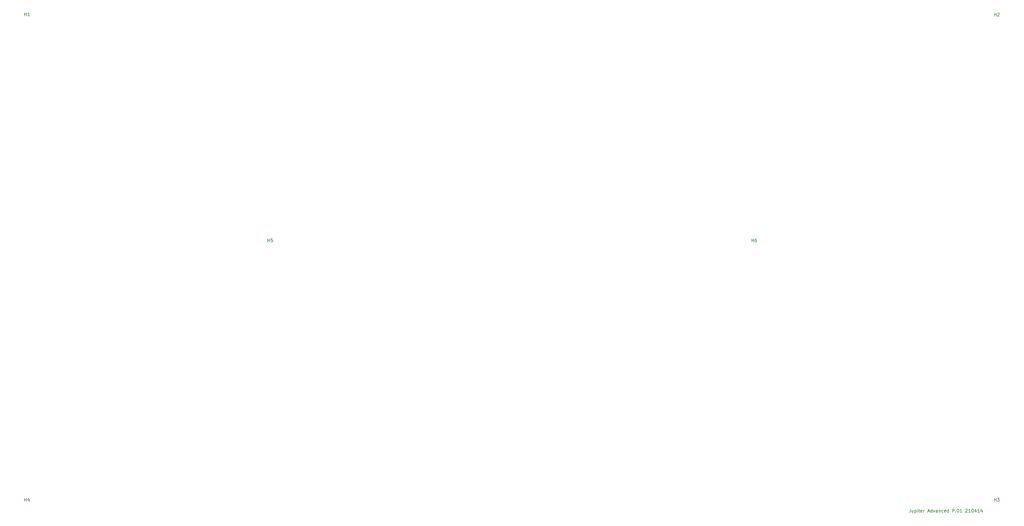
<source format=gto>
G04 #@! TF.GenerationSoftware,KiCad,Pcbnew,(5.1.9-0-10_14)*
G04 #@! TF.CreationDate,2021-05-12T14:40:02+09:00*
G04 #@! TF.ProjectId,JupiterAdvanced,4a757069-7465-4724-9164-76616e636564,1*
G04 #@! TF.SameCoordinates,Original*
G04 #@! TF.FileFunction,Legend,Top*
G04 #@! TF.FilePolarity,Positive*
%FSLAX46Y46*%
G04 Gerber Fmt 4.6, Leading zero omitted, Abs format (unit mm)*
G04 Created by KiCad (PCBNEW (5.1.9-0-10_14)) date 2021-05-12 14:40:02*
%MOMM*%
%LPD*%
G01*
G04 APERTURE LIST*
%ADD10C,0.150000*%
%ADD11C,2.500000*%
%ADD12C,1.750000*%
%ADD13C,3.987800*%
%ADD14O,1.000000X1.600000*%
%ADD15O,1.000000X2.100000*%
%ADD16C,0.650000*%
%ADD17C,3.048000*%
G04 APERTURE END LIST*
D10*
X343134523Y-238842300D02*
X343134523Y-239556586D01*
X343086904Y-239699443D01*
X342991666Y-239794681D01*
X342848809Y-239842300D01*
X342753571Y-239842300D01*
X344039285Y-239175634D02*
X344039285Y-239842300D01*
X343610714Y-239175634D02*
X343610714Y-239699443D01*
X343658333Y-239794681D01*
X343753571Y-239842300D01*
X343896428Y-239842300D01*
X343991666Y-239794681D01*
X344039285Y-239747062D01*
X344515476Y-239175634D02*
X344515476Y-240175634D01*
X344515476Y-239223253D02*
X344610714Y-239175634D01*
X344801190Y-239175634D01*
X344896428Y-239223253D01*
X344944047Y-239270872D01*
X344991666Y-239366110D01*
X344991666Y-239651824D01*
X344944047Y-239747062D01*
X344896428Y-239794681D01*
X344801190Y-239842300D01*
X344610714Y-239842300D01*
X344515476Y-239794681D01*
X345420238Y-239842300D02*
X345420238Y-239175634D01*
X345420238Y-238842300D02*
X345372619Y-238889920D01*
X345420238Y-238937539D01*
X345467857Y-238889920D01*
X345420238Y-238842300D01*
X345420238Y-238937539D01*
X345753571Y-239175634D02*
X346134523Y-239175634D01*
X345896428Y-238842300D02*
X345896428Y-239699443D01*
X345944047Y-239794681D01*
X346039285Y-239842300D01*
X346134523Y-239842300D01*
X346848809Y-239794681D02*
X346753571Y-239842300D01*
X346563095Y-239842300D01*
X346467857Y-239794681D01*
X346420238Y-239699443D01*
X346420238Y-239318491D01*
X346467857Y-239223253D01*
X346563095Y-239175634D01*
X346753571Y-239175634D01*
X346848809Y-239223253D01*
X346896428Y-239318491D01*
X346896428Y-239413729D01*
X346420238Y-239508967D01*
X347325000Y-239842300D02*
X347325000Y-239175634D01*
X347325000Y-239366110D02*
X347372619Y-239270872D01*
X347420238Y-239223253D01*
X347515476Y-239175634D01*
X347610714Y-239175634D01*
X348658333Y-239556586D02*
X349134523Y-239556586D01*
X348563095Y-239842300D02*
X348896428Y-238842300D01*
X349229761Y-239842300D01*
X349991666Y-239842300D02*
X349991666Y-238842300D01*
X349991666Y-239794681D02*
X349896428Y-239842300D01*
X349705952Y-239842300D01*
X349610714Y-239794681D01*
X349563095Y-239747062D01*
X349515476Y-239651824D01*
X349515476Y-239366110D01*
X349563095Y-239270872D01*
X349610714Y-239223253D01*
X349705952Y-239175634D01*
X349896428Y-239175634D01*
X349991666Y-239223253D01*
X350372619Y-239175634D02*
X350610714Y-239842300D01*
X350848809Y-239175634D01*
X351658333Y-239842300D02*
X351658333Y-239318491D01*
X351610714Y-239223253D01*
X351515476Y-239175634D01*
X351325000Y-239175634D01*
X351229761Y-239223253D01*
X351658333Y-239794681D02*
X351563095Y-239842300D01*
X351325000Y-239842300D01*
X351229761Y-239794681D01*
X351182142Y-239699443D01*
X351182142Y-239604205D01*
X351229761Y-239508967D01*
X351325000Y-239461348D01*
X351563095Y-239461348D01*
X351658333Y-239413729D01*
X352134523Y-239175634D02*
X352134523Y-239842300D01*
X352134523Y-239270872D02*
X352182142Y-239223253D01*
X352277380Y-239175634D01*
X352420238Y-239175634D01*
X352515476Y-239223253D01*
X352563095Y-239318491D01*
X352563095Y-239842300D01*
X353467857Y-239794681D02*
X353372619Y-239842300D01*
X353182142Y-239842300D01*
X353086904Y-239794681D01*
X353039285Y-239747062D01*
X352991666Y-239651824D01*
X352991666Y-239366110D01*
X353039285Y-239270872D01*
X353086904Y-239223253D01*
X353182142Y-239175634D01*
X353372619Y-239175634D01*
X353467857Y-239223253D01*
X354277380Y-239794681D02*
X354182142Y-239842300D01*
X353991666Y-239842300D01*
X353896428Y-239794681D01*
X353848809Y-239699443D01*
X353848809Y-239318491D01*
X353896428Y-239223253D01*
X353991666Y-239175634D01*
X354182142Y-239175634D01*
X354277380Y-239223253D01*
X354325000Y-239318491D01*
X354325000Y-239413729D01*
X353848809Y-239508967D01*
X355182142Y-239842300D02*
X355182142Y-238842300D01*
X355182142Y-239794681D02*
X355086904Y-239842300D01*
X354896428Y-239842300D01*
X354801190Y-239794681D01*
X354753571Y-239747062D01*
X354705952Y-239651824D01*
X354705952Y-239366110D01*
X354753571Y-239270872D01*
X354801190Y-239223253D01*
X354896428Y-239175634D01*
X355086904Y-239175634D01*
X355182142Y-239223253D01*
X356420238Y-239842300D02*
X356420238Y-238842300D01*
X356801190Y-238842300D01*
X356896428Y-238889920D01*
X356944047Y-238937539D01*
X356991666Y-239032777D01*
X356991666Y-239175634D01*
X356944047Y-239270872D01*
X356896428Y-239318491D01*
X356801190Y-239366110D01*
X356420238Y-239366110D01*
X357420238Y-239747062D02*
X357467857Y-239794681D01*
X357420238Y-239842300D01*
X357372619Y-239794681D01*
X357420238Y-239747062D01*
X357420238Y-239842300D01*
X358086904Y-238842300D02*
X358182142Y-238842300D01*
X358277380Y-238889920D01*
X358325000Y-238937539D01*
X358372619Y-239032777D01*
X358420238Y-239223253D01*
X358420238Y-239461348D01*
X358372619Y-239651824D01*
X358325000Y-239747062D01*
X358277380Y-239794681D01*
X358182142Y-239842300D01*
X358086904Y-239842300D01*
X357991666Y-239794681D01*
X357944047Y-239747062D01*
X357896428Y-239651824D01*
X357848809Y-239461348D01*
X357848809Y-239223253D01*
X357896428Y-239032777D01*
X357944047Y-238937539D01*
X357991666Y-238889920D01*
X358086904Y-238842300D01*
X359372619Y-239842300D02*
X358801190Y-239842300D01*
X359086904Y-239842300D02*
X359086904Y-238842300D01*
X358991666Y-238985158D01*
X358896428Y-239080396D01*
X358801190Y-239128015D01*
X360515476Y-238937539D02*
X360563095Y-238889920D01*
X360658333Y-238842300D01*
X360896428Y-238842300D01*
X360991666Y-238889920D01*
X361039285Y-238937539D01*
X361086904Y-239032777D01*
X361086904Y-239128015D01*
X361039285Y-239270872D01*
X360467857Y-239842300D01*
X361086904Y-239842300D01*
X362039285Y-239842300D02*
X361467857Y-239842300D01*
X361753571Y-239842300D02*
X361753571Y-238842300D01*
X361658333Y-238985158D01*
X361563095Y-239080396D01*
X361467857Y-239128015D01*
X362658333Y-238842300D02*
X362753571Y-238842300D01*
X362848809Y-238889920D01*
X362896428Y-238937539D01*
X362944047Y-239032777D01*
X362991666Y-239223253D01*
X362991666Y-239461348D01*
X362944047Y-239651824D01*
X362896428Y-239747062D01*
X362848809Y-239794681D01*
X362753571Y-239842300D01*
X362658333Y-239842300D01*
X362563095Y-239794681D01*
X362515476Y-239747062D01*
X362467857Y-239651824D01*
X362420238Y-239461348D01*
X362420238Y-239223253D01*
X362467857Y-239032777D01*
X362515476Y-238937539D01*
X362563095Y-238889920D01*
X362658333Y-238842300D01*
X363848809Y-239175634D02*
X363848809Y-239842300D01*
X363610714Y-238794681D02*
X363372619Y-239508967D01*
X363991666Y-239508967D01*
X364896428Y-239842300D02*
X364325000Y-239842300D01*
X364610714Y-239842300D02*
X364610714Y-238842300D01*
X364515476Y-238985158D01*
X364420238Y-239080396D01*
X364325000Y-239128015D01*
X365753571Y-239175634D02*
X365753571Y-239842300D01*
X365515476Y-238794681D02*
X365277380Y-239508967D01*
X365896428Y-239508967D01*
X293258095Y-154713380D02*
X293258095Y-153713380D01*
X293258095Y-154189571D02*
X293829523Y-154189571D01*
X293829523Y-154713380D02*
X293829523Y-153713380D01*
X294734285Y-153713380D02*
X294543809Y-153713380D01*
X294448571Y-153761000D01*
X294400952Y-153808619D01*
X294305714Y-153951476D01*
X294258095Y-154141952D01*
X294258095Y-154522904D01*
X294305714Y-154618142D01*
X294353333Y-154665761D01*
X294448571Y-154713380D01*
X294639047Y-154713380D01*
X294734285Y-154665761D01*
X294781904Y-154618142D01*
X294829523Y-154522904D01*
X294829523Y-154284809D01*
X294781904Y-154189571D01*
X294734285Y-154141952D01*
X294639047Y-154094333D01*
X294448571Y-154094333D01*
X294353333Y-154141952D01*
X294305714Y-154189571D01*
X294258095Y-154284809D01*
X141016095Y-154713380D02*
X141016095Y-153713380D01*
X141016095Y-154189571D02*
X141587523Y-154189571D01*
X141587523Y-154713380D02*
X141587523Y-153713380D01*
X142539904Y-153713380D02*
X142063714Y-153713380D01*
X142016095Y-154189571D01*
X142063714Y-154141952D01*
X142158952Y-154094333D01*
X142397047Y-154094333D01*
X142492285Y-154141952D01*
X142539904Y-154189571D01*
X142587523Y-154284809D01*
X142587523Y-154522904D01*
X142539904Y-154618142D01*
X142492285Y-154665761D01*
X142397047Y-154713380D01*
X142158952Y-154713380D01*
X142063714Y-154665761D01*
X142016095Y-154618142D01*
X64563095Y-236427380D02*
X64563095Y-235427380D01*
X64563095Y-235903571D02*
X65134523Y-235903571D01*
X65134523Y-236427380D02*
X65134523Y-235427380D01*
X66039285Y-235760714D02*
X66039285Y-236427380D01*
X65801190Y-235379761D02*
X65563095Y-236094047D01*
X66182142Y-236094047D01*
X369563095Y-236427380D02*
X369563095Y-235427380D01*
X369563095Y-235903571D02*
X370134523Y-235903571D01*
X370134523Y-236427380D02*
X370134523Y-235427380D01*
X370515476Y-235427380D02*
X371134523Y-235427380D01*
X370801190Y-235808333D01*
X370944047Y-235808333D01*
X371039285Y-235855952D01*
X371086904Y-235903571D01*
X371134523Y-235998809D01*
X371134523Y-236236904D01*
X371086904Y-236332142D01*
X371039285Y-236379761D01*
X370944047Y-236427380D01*
X370658333Y-236427380D01*
X370563095Y-236379761D01*
X370515476Y-236332142D01*
X369563095Y-83570380D02*
X369563095Y-82570380D01*
X369563095Y-83046571D02*
X370134523Y-83046571D01*
X370134523Y-83570380D02*
X370134523Y-82570380D01*
X370563095Y-82665619D02*
X370610714Y-82618000D01*
X370705952Y-82570380D01*
X370944047Y-82570380D01*
X371039285Y-82618000D01*
X371086904Y-82665619D01*
X371134523Y-82760857D01*
X371134523Y-82856095D01*
X371086904Y-82998952D01*
X370515476Y-83570380D01*
X371134523Y-83570380D01*
X64563095Y-83470380D02*
X64563095Y-82470380D01*
X64563095Y-82946571D02*
X65134523Y-82946571D01*
X65134523Y-83470380D02*
X65134523Y-82470380D01*
X66134523Y-83470380D02*
X65563095Y-83470380D01*
X65848809Y-83470380D02*
X65848809Y-82470380D01*
X65753571Y-82613238D01*
X65658333Y-82708476D01*
X65563095Y-82756095D01*
%LPC*%
D11*
X294020000Y-157761000D03*
X141778000Y-157761000D03*
X65325000Y-239475000D03*
X370325000Y-239475000D03*
X370325000Y-86618000D03*
X65325000Y-86518000D03*
D12*
X341969320Y-167449620D03*
X331809320Y-167449620D03*
D13*
X336889320Y-167449620D03*
D12*
X365896120Y-100798820D03*
X355736120Y-100798820D03*
D13*
X360816120Y-100798820D03*
D14*
X267005000Y-80275000D03*
X258365000Y-80275000D03*
D15*
X267005000Y-84455000D03*
X258365000Y-84455000D03*
D16*
X259795000Y-83925000D03*
X265575000Y-83925000D03*
D12*
X80082620Y-148386920D03*
X69922620Y-148386920D03*
D13*
X75002620Y-148386920D03*
D12*
X84845120Y-167449620D03*
X74685120Y-167449620D03*
D13*
X79765120Y-167449620D03*
X246465547Y-232864227D03*
X146465747Y-232864227D03*
D17*
X246465547Y-217624227D03*
X146465747Y-217624227D03*
D12*
X201545647Y-224609227D03*
X191385647Y-224609227D03*
D13*
X196465647Y-224609227D03*
D12*
X320646020Y-205549620D03*
X310486020Y-205549620D03*
D13*
X315566020Y-205549620D03*
D12*
X308771520Y-224599620D03*
X298611520Y-224599620D03*
D13*
X303691520Y-224599620D03*
D12*
X318169520Y-167449620D03*
X308009520Y-167449620D03*
D13*
X313089520Y-167449620D03*
D12*
X270600380Y-224599620D03*
X260440380Y-224599620D03*
D13*
X265520380Y-224599620D03*
D12*
X303894720Y-186499620D03*
X293734720Y-186499620D03*
D13*
X298814720Y-186499620D03*
D12*
X294420520Y-205549620D03*
X284260520Y-205549620D03*
D13*
X289340520Y-205549620D03*
D12*
X327821520Y-129349620D03*
X317661520Y-129349620D03*
D13*
X322741520Y-129349620D03*
D12*
X308720720Y-148399620D03*
X298560720Y-148399620D03*
D13*
X303640720Y-148399620D03*
D12*
X365921520Y-167449620D03*
X355761520Y-167449620D03*
D13*
X360841520Y-167449620D03*
D12*
X365921520Y-186499620D03*
X355761520Y-186499620D03*
D13*
X360841520Y-186499620D03*
D12*
X346820720Y-129349620D03*
X336660720Y-129349620D03*
D13*
X341740720Y-129349620D03*
D12*
X122970520Y-205549620D03*
X112810520Y-205549620D03*
D13*
X117890520Y-205549620D03*
D12*
X203920320Y-167449620D03*
X193760320Y-167449620D03*
D13*
X198840320Y-167449620D03*
D12*
X142020520Y-205549620D03*
X131860520Y-205549620D03*
D13*
X136940520Y-205549620D03*
D12*
X127720320Y-167449620D03*
X117560320Y-167449620D03*
D13*
X122640320Y-167449620D03*
D12*
X180120520Y-205549620D03*
X169960520Y-205549620D03*
D13*
X175040520Y-205549620D03*
D12*
X222970320Y-167449620D03*
X212810320Y-167449620D03*
D13*
X217890320Y-167449620D03*
D12*
X184870320Y-167449620D03*
X174710320Y-167449620D03*
D13*
X179790320Y-167449620D03*
D12*
X346846120Y-100798820D03*
X336686120Y-100798820D03*
D13*
X341766120Y-100798820D03*
D12*
X327796120Y-100798820D03*
X317636120Y-100798820D03*
D13*
X322716120Y-100798820D03*
D12*
X308746120Y-100798820D03*
X298586120Y-100798820D03*
D13*
X303666120Y-100798820D03*
D12*
X289755320Y-100798820D03*
X279595320Y-100798820D03*
D13*
X284675320Y-100798820D03*
D12*
X251596120Y-100798820D03*
X241436120Y-100798820D03*
D13*
X246516120Y-100798820D03*
D12*
X232546120Y-100798820D03*
X222386120Y-100798820D03*
D13*
X227466120Y-100798820D03*
D12*
X213496120Y-100798820D03*
X203336120Y-100798820D03*
D13*
X208416120Y-100798820D03*
D12*
X194446120Y-100798820D03*
X184286120Y-100798820D03*
D13*
X189366120Y-100798820D03*
D12*
X175396120Y-100798820D03*
X165236120Y-100798820D03*
D13*
X170316120Y-100798820D03*
D12*
X156346120Y-100798820D03*
X146186120Y-100798820D03*
D13*
X151266120Y-100798820D03*
D12*
X137296120Y-100798820D03*
X127136120Y-100798820D03*
D13*
X132216120Y-100798820D03*
D12*
X118246120Y-100798820D03*
X108086120Y-100798820D03*
D13*
X113166120Y-100798820D03*
D12*
X99196120Y-100798820D03*
X89036120Y-100798820D03*
D13*
X94116120Y-100798820D03*
D12*
X80146120Y-100798820D03*
X69986120Y-100798820D03*
D13*
X75066120Y-100798820D03*
D12*
X132393920Y-186499620D03*
X122233920Y-186499620D03*
D13*
X127313920Y-186499620D03*
D12*
X165820320Y-167449620D03*
X155660320Y-167449620D03*
D13*
X160740320Y-167449620D03*
D12*
X108670320Y-167449620D03*
X98510320Y-167449620D03*
D13*
X103590320Y-167449620D03*
D12*
X280069520Y-167449620D03*
X269909520Y-167449620D03*
D13*
X274989520Y-167449620D03*
D12*
X261070320Y-167449620D03*
X250910320Y-167449620D03*
D13*
X255990320Y-167449620D03*
D12*
X218220520Y-205549620D03*
X208060520Y-205549620D03*
D13*
X213140520Y-205549620D03*
D12*
X237270520Y-205549620D03*
X227110520Y-205549620D03*
D13*
X232190520Y-205549620D03*
D12*
X265794720Y-186499620D03*
X255634720Y-186499620D03*
D13*
X260714720Y-186499620D03*
D12*
X246744720Y-186499620D03*
X236584720Y-186499620D03*
D13*
X241664720Y-186499620D03*
D12*
X227694720Y-186499620D03*
X217534720Y-186499620D03*
D13*
X222614720Y-186499620D03*
D12*
X242020320Y-167449620D03*
X231860320Y-167449620D03*
D13*
X236940320Y-167449620D03*
D12*
X208644720Y-186499620D03*
X198484720Y-186499620D03*
D13*
X203564720Y-186499620D03*
D12*
X189594720Y-186499620D03*
X179434720Y-186499620D03*
D13*
X184514720Y-186499620D03*
D12*
X289670720Y-129349620D03*
X279510720Y-129349620D03*
D13*
X284590720Y-129349620D03*
D12*
X170544720Y-186499620D03*
X160384720Y-186499620D03*
D13*
X165464720Y-186499620D03*
D12*
X146770320Y-167449620D03*
X136610320Y-167449620D03*
D13*
X141690320Y-167449620D03*
D12*
X151494720Y-186499620D03*
X141334720Y-186499620D03*
D13*
X146414720Y-186499620D03*
D12*
X161070520Y-205549620D03*
X150910520Y-205549620D03*
D13*
X155990520Y-205549620D03*
D12*
X199170520Y-205549620D03*
X189010520Y-205549620D03*
D13*
X194090520Y-205549620D03*
D12*
X113394720Y-186499620D03*
X103234720Y-186499620D03*
D13*
X108314720Y-186499620D03*
D12*
X251570720Y-148399620D03*
X241410720Y-148399620D03*
D13*
X246490720Y-148399620D03*
D12*
X232520720Y-148399620D03*
X222360720Y-148399620D03*
D13*
X227440720Y-148399620D03*
D12*
X213470720Y-148399620D03*
X203310720Y-148399620D03*
D13*
X208390720Y-148399620D03*
D12*
X194420720Y-148399620D03*
X184260720Y-148399620D03*
D13*
X189340720Y-148399620D03*
D12*
X175370720Y-148399620D03*
X165210720Y-148399620D03*
D13*
X170290720Y-148399620D03*
D12*
X156320720Y-148399620D03*
X146160720Y-148399620D03*
D13*
X151240720Y-148399620D03*
D12*
X137270720Y-148399620D03*
X127110720Y-148399620D03*
D13*
X132190720Y-148399620D03*
D12*
X118220720Y-148399620D03*
X108060720Y-148399620D03*
D13*
X113140720Y-148399620D03*
D12*
X99119920Y-148399620D03*
X88959920Y-148399620D03*
D13*
X94039920Y-148399620D03*
D12*
X270620720Y-148399620D03*
X260460720Y-148399620D03*
D13*
X265540720Y-148399620D03*
D12*
X256320520Y-205549620D03*
X246160520Y-205549620D03*
D13*
X251240520Y-205549620D03*
X98808770Y-213804620D03*
X74996270Y-213804620D03*
D17*
X98808770Y-198564620D03*
X74996270Y-198564620D03*
D12*
X91982520Y-205549620D03*
X81822520Y-205549620D03*
D13*
X86902520Y-205549620D03*
D12*
X106289524Y-224599620D03*
X96129524Y-224599620D03*
D13*
X101209524Y-224599620D03*
D12*
X82457520Y-224599620D03*
X72297520Y-224599620D03*
D13*
X77377520Y-224599620D03*
D12*
X299119520Y-167449620D03*
X288959520Y-167449620D03*
D13*
X294039520Y-167449620D03*
D12*
X130097128Y-224609227D03*
X119937128Y-224609227D03*
D13*
X125017128Y-224609227D03*
D12*
X289670720Y-148399620D03*
X279510720Y-148399620D03*
D13*
X284590720Y-148399620D03*
D12*
X365921520Y-148399620D03*
X355761520Y-148399620D03*
D13*
X360841520Y-148399620D03*
X270290520Y-205549620D03*
D12*
X265210520Y-205549620D03*
X275370520Y-205549620D03*
X289721520Y-224599620D03*
X279561520Y-224599620D03*
D13*
X284641520Y-224599620D03*
D12*
X308720720Y-129349620D03*
X298560720Y-129349620D03*
D13*
X303640720Y-129349620D03*
D12*
X270620720Y-129349620D03*
X260460720Y-129349620D03*
D13*
X265540720Y-129349620D03*
D12*
X251570720Y-129349620D03*
X241410720Y-129349620D03*
D13*
X246490720Y-129349620D03*
D12*
X232520720Y-129349620D03*
X222360720Y-129349620D03*
D13*
X227440720Y-129349620D03*
D12*
X213470720Y-129349620D03*
X203310720Y-129349620D03*
D13*
X208390720Y-129349620D03*
D12*
X194420720Y-129349620D03*
X184260720Y-129349620D03*
D13*
X189340720Y-129349620D03*
D12*
X175370720Y-129349620D03*
X165210720Y-129349620D03*
D13*
X170290720Y-129349620D03*
D12*
X156320720Y-129349620D03*
X146160720Y-129349620D03*
D13*
X151240720Y-129349620D03*
D12*
X137270720Y-129349620D03*
X127110720Y-129349620D03*
D13*
X132190720Y-129349620D03*
D12*
X118169920Y-129349620D03*
X108009920Y-129349620D03*
D13*
X113089920Y-129349620D03*
D12*
X99119920Y-129349620D03*
X88959920Y-129349620D03*
D13*
X94039920Y-129349620D03*
D12*
X80069920Y-129349620D03*
X69909920Y-129349620D03*
D13*
X74989920Y-129349620D03*
X341708970Y-194754620D03*
X317896470Y-194754620D03*
D17*
X341708970Y-179514620D03*
X317896470Y-179514620D03*
D12*
X334882720Y-186499620D03*
X324722720Y-186499620D03*
D13*
X329802720Y-186499620D03*
D12*
X365921520Y-205549620D03*
X355761520Y-205549620D03*
D13*
X360841520Y-205549620D03*
D12*
X365921520Y-129349620D03*
X355761520Y-129349620D03*
D13*
X360841520Y-129349620D03*
D12*
X87220020Y-186499620D03*
X77060020Y-186499620D03*
D13*
X82140020Y-186499620D03*
D12*
X284844720Y-186499620D03*
X274684720Y-186499620D03*
D13*
X279764720Y-186499620D03*
X344147370Y-156654620D03*
X320334870Y-156654620D03*
D17*
X344147370Y-141414620D03*
X320334870Y-141414620D03*
D12*
X337321120Y-148399620D03*
X327161120Y-148399620D03*
D13*
X332241120Y-148399620D03*
D12*
X346871520Y-205549620D03*
X336711520Y-205549620D03*
D13*
X341791520Y-205549620D03*
D12*
X365921520Y-224599620D03*
X355761520Y-224599620D03*
D13*
X360841520Y-224599620D03*
D12*
X327821520Y-224599620D03*
X317661520Y-224599620D03*
D13*
X322741520Y-224599620D03*
D12*
X346871520Y-224599620D03*
X336711520Y-224599620D03*
D13*
X341791520Y-224599620D03*
M02*

</source>
